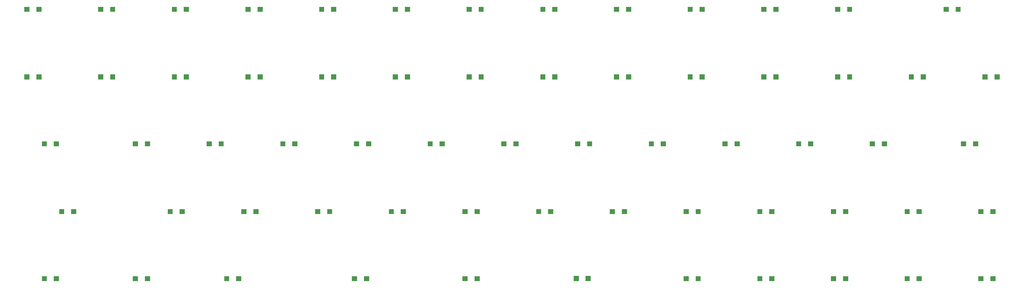
<source format=gbp>
G04 Layer: BottomPasteMaskLayer*
G04 EasyEDA v6.5.1, 2022-08-22 11:36:35*
G04 479a10040a424d6084b7507f6101f796,d603b60474844c32a05bd641800ef4e1,10*
G04 Gerber Generator version 0.2*
G04 Scale: 100 percent, Rotated: No, Reflected: No *
G04 Dimensions in millimeters *
G04 leading zeros omitted , absolute positions ,4 integer and 5 decimal *
%FSLAX45Y45*%
%MOMM*%

%ADD10C,0.0001*%

%LPD*%
G36*
X24465452Y6218986D02*
G01*
X24590451Y6218986D01*
X24590451Y6340988D01*
X24465452Y6340988D01*
G37*
G36*
X24759452Y6218986D02*
G01*
X24884451Y6218986D01*
X24884451Y6340988D01*
X24759452Y6340988D01*
G37*
G36*
X19590461Y9513978D02*
G01*
X19715459Y9513978D01*
X19715459Y9635980D01*
X19590461Y9635980D01*
G37*
G36*
X19884461Y9513978D02*
G01*
X20009459Y9513978D01*
X20009459Y9635980D01*
X19884461Y9635980D01*
G37*
G36*
X3390493Y9513978D02*
G01*
X3515492Y9513978D01*
X3515492Y9635980D01*
X3390493Y9635980D01*
G37*
G36*
X3684493Y9513978D02*
G01*
X3809491Y9513978D01*
X3809491Y9635980D01*
X3684493Y9635980D01*
G37*
G36*
X5190492Y9513978D02*
G01*
X5315491Y9513978D01*
X5315491Y9635980D01*
X5190492Y9635980D01*
G37*
G36*
X5484489Y9513978D02*
G01*
X5609490Y9513978D01*
X5609490Y9635980D01*
X5484489Y9635980D01*
G37*
G36*
X6990486Y9513978D02*
G01*
X7115484Y9513978D01*
X7115484Y9635980D01*
X6990486Y9635980D01*
G37*
G36*
X7284486Y9513978D02*
G01*
X7409484Y9513978D01*
X7409484Y9635980D01*
X7284486Y9635980D01*
G37*
G36*
X8790482Y9513978D02*
G01*
X8915481Y9513978D01*
X8915481Y9635980D01*
X8790482Y9635980D01*
G37*
G36*
X9084482Y9513978D02*
G01*
X9209481Y9513978D01*
X9209481Y9635980D01*
X9084482Y9635980D01*
G37*
G36*
X10590479Y9513978D02*
G01*
X10715477Y9513978D01*
X10715477Y9635980D01*
X10590479Y9635980D01*
G37*
G36*
X10884479Y9513978D02*
G01*
X11009477Y9513978D01*
X11009477Y9635980D01*
X10884479Y9635980D01*
G37*
G36*
X12390475Y9513978D02*
G01*
X12515474Y9513978D01*
X12515474Y9635980D01*
X12390475Y9635980D01*
G37*
G36*
X12684475Y9513978D02*
G01*
X12809474Y9513978D01*
X12809474Y9635980D01*
X12684475Y9635980D01*
G37*
G36*
X14190472Y9513978D02*
G01*
X14315470Y9513978D01*
X14315470Y9635980D01*
X14190472Y9635980D01*
G37*
G36*
X14484471Y9513978D02*
G01*
X14609470Y9513978D01*
X14609470Y9635980D01*
X14484471Y9635980D01*
G37*
G36*
X15990468Y9513978D02*
G01*
X16115466Y9513978D01*
X16115466Y9635980D01*
X15990468Y9635980D01*
G37*
G36*
X16284468Y9513978D02*
G01*
X16409466Y9513978D01*
X16409466Y9635980D01*
X16284468Y9635980D01*
G37*
G36*
X17790464Y9513978D02*
G01*
X17915463Y9513978D01*
X17915463Y9635980D01*
X17790464Y9635980D01*
G37*
G36*
X18084464Y9513978D02*
G01*
X18209463Y9513978D01*
X18209463Y9635980D01*
X18084464Y9635980D01*
G37*
G36*
X22240455Y6218986D02*
G01*
X22365454Y6218986D01*
X22365454Y6340988D01*
X22240455Y6340988D01*
G37*
G36*
X22534455Y6218986D02*
G01*
X22659454Y6218986D01*
X22659454Y6340988D01*
X22534455Y6340988D01*
G37*
G36*
X17690465Y4558990D02*
G01*
X17815463Y4558990D01*
X17815463Y4680991D01*
X17690465Y4680991D01*
G37*
G36*
X17984464Y4558990D02*
G01*
X18109463Y4558990D01*
X18109463Y4680991D01*
X17984464Y4680991D01*
G37*
G36*
X21390457Y9513978D02*
G01*
X21515456Y9513978D01*
X21515456Y9635980D01*
X21390457Y9635980D01*
G37*
G36*
X21684457Y9513978D02*
G01*
X21809456Y9513978D01*
X21809456Y9635980D01*
X21684457Y9635980D01*
G37*
G36*
X19490461Y4558990D02*
G01*
X19615459Y4558990D01*
X19615459Y4680991D01*
X19490461Y4680991D01*
G37*
G36*
X19784461Y4558990D02*
G01*
X19909459Y4558990D01*
X19909459Y4680991D01*
X19784461Y4680991D01*
G37*
G36*
X21290457Y4558990D02*
G01*
X21415456Y4558990D01*
X21415456Y4680991D01*
X21290457Y4680991D01*
G37*
G36*
X21584457Y4558990D02*
G01*
X21709456Y4558990D01*
X21709456Y4680991D01*
X21584457Y4680991D01*
G37*
G36*
X20440459Y6218986D02*
G01*
X20565457Y6218986D01*
X20565457Y6340988D01*
X20440459Y6340988D01*
G37*
G36*
X20734459Y6218986D02*
G01*
X20859457Y6218986D01*
X20859457Y6340988D01*
X20734459Y6340988D01*
G37*
G36*
X4240491Y6218986D02*
G01*
X4365490Y6218986D01*
X4365490Y6340988D01*
X4240491Y6340988D01*
G37*
G36*
X4534491Y6218986D02*
G01*
X4659490Y6218986D01*
X4659490Y6340988D01*
X4534491Y6340988D01*
G37*
G36*
X6470500Y2918998D02*
G01*
X6595498Y2918998D01*
X6595498Y3040999D01*
X6470500Y3040999D01*
G37*
G36*
X6764500Y2918998D02*
G01*
X6889495Y2918998D01*
X6889495Y3040999D01*
X6764500Y3040999D01*
G37*
G36*
X17690465Y2918993D02*
G01*
X17815463Y2918993D01*
X17815463Y3040994D01*
X17690465Y3040994D01*
G37*
G36*
X17984464Y2918993D02*
G01*
X18109463Y2918993D01*
X18109463Y3040994D01*
X17984464Y3040994D01*
G37*
G36*
X12290475Y4558990D02*
G01*
X12415474Y4558990D01*
X12415474Y4680991D01*
X12290475Y4680991D01*
G37*
G36*
X12584475Y4558990D02*
G01*
X12709474Y4558990D01*
X12709474Y4680991D01*
X12584475Y4680991D01*
G37*
G36*
X24040452Y9513978D02*
G01*
X24165450Y9513978D01*
X24165450Y9635980D01*
X24040452Y9635980D01*
G37*
G36*
X24334452Y9513978D02*
G01*
X24459450Y9513978D01*
X24459450Y9635980D01*
X24334452Y9635980D01*
G37*
G36*
X8690483Y4558990D02*
G01*
X8815481Y4558990D01*
X8815481Y4680991D01*
X8690483Y4680991D01*
G37*
G36*
X8984482Y4558990D02*
G01*
X9109481Y4558990D01*
X9109481Y4680991D01*
X8984482Y4680991D01*
G37*
G36*
X2015497Y6218986D02*
G01*
X2140496Y6218986D01*
X2140496Y6340988D01*
X2015497Y6340988D01*
G37*
G36*
X2309497Y6218986D02*
G01*
X2434493Y6218986D01*
X2434493Y6340988D01*
X2309497Y6340988D01*
G37*
G36*
X2015497Y2918993D02*
G01*
X2140496Y2918993D01*
X2140496Y3040994D01*
X2015497Y3040994D01*
G37*
G36*
X2309497Y2918993D02*
G01*
X2434493Y2918993D01*
X2434493Y3040994D01*
X2309497Y3040994D01*
G37*
G36*
X19490461Y2918993D02*
G01*
X19615459Y2918993D01*
X19615459Y3040994D01*
X19490461Y3040994D01*
G37*
G36*
X19784461Y2918993D02*
G01*
X19909459Y2918993D01*
X19909459Y3040994D01*
X19784461Y3040994D01*
G37*
G36*
X7840484Y6218986D02*
G01*
X7965483Y6218986D01*
X7965483Y6340988D01*
X7840484Y6340988D01*
G37*
G36*
X8134484Y6218986D02*
G01*
X8259483Y6218986D01*
X8259483Y6340988D01*
X8134484Y6340988D01*
G37*
G36*
X23090454Y2918993D02*
G01*
X23215452Y2918993D01*
X23215452Y3040994D01*
X23090454Y3040994D01*
G37*
G36*
X23384454Y2918993D02*
G01*
X23509452Y2918993D01*
X23509452Y3040994D01*
X23384454Y3040994D01*
G37*
G36*
X6990486Y7858983D02*
G01*
X7115484Y7858983D01*
X7115484Y7980984D01*
X6990486Y7980984D01*
G37*
G36*
X7284486Y7858983D02*
G01*
X7409484Y7858983D01*
X7409484Y7980984D01*
X7284486Y7980984D01*
G37*
G36*
X1590497Y9513978D02*
G01*
X1715495Y9513978D01*
X1715495Y9635980D01*
X1590497Y9635980D01*
G37*
G36*
X1884497Y9513978D02*
G01*
X2009495Y9513978D01*
X2009495Y9635980D01*
X1884497Y9635980D01*
G37*
G36*
X9640481Y6218986D02*
G01*
X9765479Y6218986D01*
X9765479Y6340988D01*
X9640481Y6340988D01*
G37*
G36*
X9934481Y6218986D02*
G01*
X10059479Y6218986D01*
X10059479Y6340988D01*
X9934481Y6340988D01*
G37*
G36*
X12290475Y2918993D02*
G01*
X12415474Y2918993D01*
X12415474Y3040994D01*
X12290475Y3040994D01*
G37*
G36*
X12584475Y2918993D02*
G01*
X12709474Y2918993D01*
X12709474Y3040994D01*
X12584475Y3040994D01*
G37*
G36*
X11440477Y6218986D02*
G01*
X11565475Y6218986D01*
X11565475Y6340988D01*
X11440477Y6340988D01*
G37*
G36*
X11734477Y6218986D02*
G01*
X11859475Y6218986D01*
X11859475Y6340988D01*
X11734477Y6340988D01*
G37*
G36*
X13240473Y6218986D02*
G01*
X13365472Y6218986D01*
X13365472Y6340988D01*
X13240473Y6340988D01*
G37*
G36*
X13534473Y6218986D02*
G01*
X13659472Y6218986D01*
X13659472Y6340988D01*
X13534473Y6340988D01*
G37*
G36*
X15990468Y7858983D02*
G01*
X16115466Y7858983D01*
X16115466Y7980984D01*
X15990468Y7980984D01*
G37*
G36*
X16284468Y7858983D02*
G01*
X16409466Y7858983D01*
X16409466Y7980984D01*
X16284468Y7980984D01*
G37*
G36*
X15040470Y6218986D02*
G01*
X15165468Y6218986D01*
X15165468Y6340988D01*
X15040470Y6340988D01*
G37*
G36*
X15334470Y6218986D02*
G01*
X15459468Y6218986D01*
X15459468Y6340988D01*
X15334470Y6340988D01*
G37*
G36*
X16840466Y6218986D02*
G01*
X16965465Y6218986D01*
X16965465Y6340988D01*
X16840466Y6340988D01*
G37*
G36*
X17134466Y6218986D02*
G01*
X17259465Y6218986D01*
X17259465Y6340988D01*
X17134466Y6340988D01*
G37*
G36*
X18640463Y6218986D02*
G01*
X18765461Y6218986D01*
X18765461Y6340988D01*
X18640463Y6340988D01*
G37*
G36*
X18934463Y6218986D02*
G01*
X19059461Y6218986D01*
X19059461Y6340988D01*
X18934463Y6340988D01*
G37*
G36*
X21290457Y2918993D02*
G01*
X21415456Y2918993D01*
X21415456Y3040994D01*
X21290457Y3040994D01*
G37*
G36*
X21584457Y2918993D02*
G01*
X21709456Y2918993D01*
X21709456Y3040994D01*
X21584457Y3040994D01*
G37*
G36*
X15890468Y4558990D02*
G01*
X16015467Y4558990D01*
X16015467Y4680991D01*
X15890468Y4680991D01*
G37*
G36*
X16184468Y4558990D02*
G01*
X16309466Y4558990D01*
X16309466Y4680991D01*
X16184468Y4680991D01*
G37*
G36*
X14090472Y4558990D02*
G01*
X14215470Y4558990D01*
X14215470Y4680991D01*
X14090472Y4680991D01*
G37*
G36*
X14384472Y4558990D02*
G01*
X14509470Y4558990D01*
X14509470Y4680991D01*
X14384472Y4680991D01*
G37*
G36*
X17790464Y7858983D02*
G01*
X17915463Y7858983D01*
X17915463Y7980984D01*
X17790464Y7980984D01*
G37*
G36*
X18084464Y7858983D02*
G01*
X18209463Y7858983D01*
X18209463Y7980984D01*
X18084464Y7980984D01*
G37*
G36*
X19590461Y7858983D02*
G01*
X19715459Y7858983D01*
X19715459Y7980984D01*
X19590461Y7980984D01*
G37*
G36*
X19884461Y7858983D02*
G01*
X20009459Y7858983D01*
X20009459Y7980984D01*
X19884461Y7980984D01*
G37*
G36*
X3390493Y7858983D02*
G01*
X3515492Y7858983D01*
X3515492Y7980984D01*
X3390493Y7980984D01*
G37*
G36*
X3684493Y7858983D02*
G01*
X3809491Y7858983D01*
X3809491Y7980984D01*
X3684493Y7980984D01*
G37*
G36*
X8790482Y7858983D02*
G01*
X8915481Y7858983D01*
X8915481Y7980984D01*
X8790482Y7980984D01*
G37*
G36*
X9084482Y7858983D02*
G01*
X9209481Y7858983D01*
X9209481Y7980984D01*
X9084482Y7980984D01*
G37*
G36*
X24890450Y2918993D02*
G01*
X25015449Y2918993D01*
X25015449Y3040994D01*
X24890450Y3040994D01*
G37*
G36*
X25184450Y2918993D02*
G01*
X25309449Y2918993D01*
X25309449Y3040994D01*
X25184450Y3040994D01*
G37*
G36*
X6040488Y6218986D02*
G01*
X6165486Y6218986D01*
X6165486Y6340988D01*
X6040488Y6340988D01*
G37*
G36*
X6334488Y6218986D02*
G01*
X6459486Y6218986D01*
X6459486Y6340988D01*
X6334488Y6340988D01*
G37*
G36*
X2440495Y4558990D02*
G01*
X2565493Y4558990D01*
X2565493Y4680991D01*
X2440495Y4680991D01*
G37*
G36*
X2734495Y4558990D02*
G01*
X2859493Y4558990D01*
X2859493Y4680991D01*
X2734495Y4680991D01*
G37*
G36*
X24890450Y4558990D02*
G01*
X25015449Y4558990D01*
X25015449Y4680991D01*
X24890450Y4680991D01*
G37*
G36*
X25184450Y4558990D02*
G01*
X25309449Y4558990D01*
X25309449Y4680991D01*
X25184450Y4680991D01*
G37*
G36*
X9590481Y2918993D02*
G01*
X9715479Y2918993D01*
X9715479Y3040994D01*
X9590481Y3040994D01*
G37*
G36*
X9884481Y2918993D02*
G01*
X10009479Y2918993D01*
X10009479Y3040994D01*
X9884481Y3040994D01*
G37*
G36*
X15005100Y2923499D02*
G01*
X15130099Y2923499D01*
X15130099Y3045500D01*
X15005100Y3045500D01*
G37*
G36*
X15299100Y2923499D02*
G01*
X15424099Y2923499D01*
X15424099Y3045500D01*
X15299100Y3045500D01*
G37*
G36*
X10590479Y7858983D02*
G01*
X10715477Y7858983D01*
X10715477Y7980984D01*
X10590479Y7980984D01*
G37*
G36*
X10884479Y7858983D02*
G01*
X11009477Y7858983D01*
X11009477Y7980984D01*
X10884479Y7980984D01*
G37*
G36*
X1590497Y7858983D02*
G01*
X1715495Y7858983D01*
X1715495Y7980984D01*
X1590497Y7980984D01*
G37*
G36*
X1884497Y7858983D02*
G01*
X2009495Y7858983D01*
X2009495Y7980984D01*
X1884497Y7980984D01*
G37*
G36*
X14190472Y7858983D02*
G01*
X14315470Y7858983D01*
X14315470Y7980984D01*
X14190472Y7980984D01*
G37*
G36*
X14484471Y7858983D02*
G01*
X14609470Y7858983D01*
X14609470Y7980984D01*
X14484471Y7980984D01*
G37*
G36*
X23090454Y4558990D02*
G01*
X23215452Y4558990D01*
X23215452Y4680991D01*
X23090454Y4680991D01*
G37*
G36*
X23384454Y4558990D02*
G01*
X23509452Y4558990D01*
X23509452Y4680991D01*
X23384454Y4680991D01*
G37*
G36*
X10490479Y4558990D02*
G01*
X10615477Y4558990D01*
X10615477Y4680991D01*
X10490479Y4680991D01*
G37*
G36*
X10784479Y4558990D02*
G01*
X10909477Y4558990D01*
X10909477Y4680991D01*
X10784479Y4680991D01*
G37*
G36*
X5190490Y7858983D02*
G01*
X5315488Y7858983D01*
X5315488Y7980984D01*
X5190490Y7980984D01*
G37*
G36*
X5484489Y7858983D02*
G01*
X5609488Y7858983D01*
X5609488Y7980984D01*
X5484489Y7980984D01*
G37*
G36*
X4240491Y2918993D02*
G01*
X4365490Y2918993D01*
X4365490Y3040994D01*
X4240491Y3040994D01*
G37*
G36*
X4534491Y2918993D02*
G01*
X4659490Y2918993D01*
X4659490Y3040994D01*
X4534491Y3040994D01*
G37*
G36*
X6890486Y4558990D02*
G01*
X7015485Y4558990D01*
X7015485Y4680991D01*
X6890486Y4680991D01*
G37*
G36*
X7184486Y4558990D02*
G01*
X7309484Y4558990D01*
X7309484Y4680991D01*
X7184486Y4680991D01*
G37*
G36*
X5090490Y4558990D02*
G01*
X5215488Y4558990D01*
X5215488Y4680991D01*
X5090490Y4680991D01*
G37*
G36*
X5384490Y4558990D02*
G01*
X5509488Y4558990D01*
X5509488Y4680991D01*
X5384490Y4680991D01*
G37*
G36*
X12390475Y7858983D02*
G01*
X12515474Y7858983D01*
X12515474Y7980984D01*
X12390475Y7980984D01*
G37*
G36*
X12684475Y7858983D02*
G01*
X12809474Y7858983D01*
X12809474Y7980984D01*
X12684475Y7980984D01*
G37*
G36*
X24990450Y7858983D02*
G01*
X25115448Y7858983D01*
X25115448Y7980984D01*
X24990450Y7980984D01*
G37*
G36*
X25284450Y7858983D02*
G01*
X25409448Y7858983D01*
X25409448Y7980984D01*
X25284450Y7980984D01*
G37*
G36*
X21390457Y7858983D02*
G01*
X21515456Y7858983D01*
X21515456Y7980984D01*
X21390457Y7980984D01*
G37*
G36*
X21684457Y7858983D02*
G01*
X21809456Y7858983D01*
X21809456Y7980984D01*
X21684457Y7980984D01*
G37*
G36*
X23190454Y7858983D02*
G01*
X23315452Y7858983D01*
X23315452Y7980984D01*
X23190454Y7980984D01*
G37*
G36*
X23484453Y7858983D02*
G01*
X23609452Y7858983D01*
X23609452Y7980984D01*
X23484453Y7980984D01*
G37*
M02*

</source>
